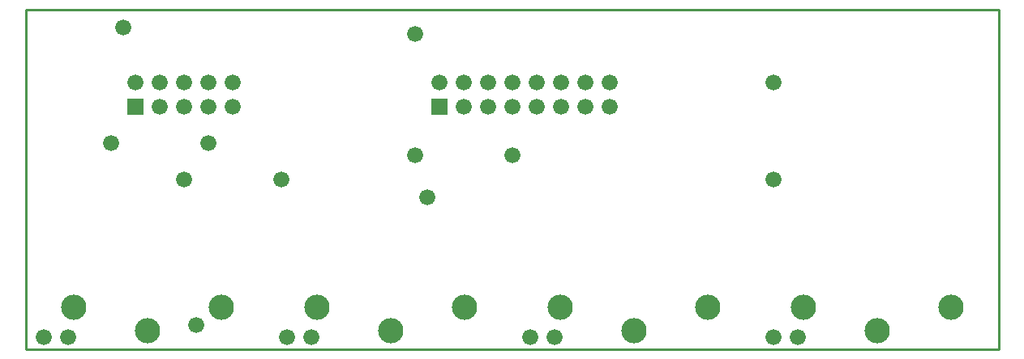
<source format=gts>
%FSLAX24Y24*%
%MOIN*%
G70*
G01*
G75*
G04 Layer_Color=8388736*
%ADD10C,0.0120*%
%ADD11C,0.0100*%
%ADD12C,0.1000*%
%ADD13C,0.0620*%
%ADD14R,0.0620X0.0620*%
%ADD15C,0.0200*%
%ADD16C,0.0060*%
%ADD17C,0.1040*%
%ADD18C,0.0660*%
%ADD19R,0.0660X0.0660*%
D11*
X10000Y10000D02*
Y24000D01*
X50000Y10000D02*
Y24000D01*
X10000D02*
X50000D01*
X10000Y10000D02*
X50000D01*
D17*
X45000Y10750D02*
D03*
X41968Y11734D02*
D03*
X48032D02*
D03*
X35000Y10750D02*
D03*
X31969Y11734D02*
D03*
X38031D02*
D03*
X25000Y10750D02*
D03*
X21969Y11734D02*
D03*
X28031D02*
D03*
X15000Y10750D02*
D03*
X11968Y11734D02*
D03*
X18032D02*
D03*
D18*
X11750Y10500D02*
D03*
X10750D02*
D03*
X13500Y18500D02*
D03*
X17500D02*
D03*
Y21000D02*
D03*
X14500D02*
D03*
X15500Y20000D02*
D03*
Y21000D02*
D03*
X16500Y20000D02*
D03*
Y21000D02*
D03*
X17500Y20000D02*
D03*
X18500D02*
D03*
Y21000D02*
D03*
X21750Y10500D02*
D03*
X20750D02*
D03*
X27000Y21000D02*
D03*
X28000Y20000D02*
D03*
Y21000D02*
D03*
X29000Y20000D02*
D03*
Y21000D02*
D03*
X30000Y20000D02*
D03*
Y21000D02*
D03*
X31000Y20000D02*
D03*
Y21000D02*
D03*
X32000Y20000D02*
D03*
Y21000D02*
D03*
X33000Y20000D02*
D03*
Y21000D02*
D03*
X34000Y20000D02*
D03*
Y21000D02*
D03*
X30000Y18000D02*
D03*
X26000D02*
D03*
X20500Y17000D02*
D03*
X16500D02*
D03*
X31750Y10500D02*
D03*
X30750D02*
D03*
X41750D02*
D03*
X40750D02*
D03*
Y17000D02*
D03*
Y21000D02*
D03*
X26000Y23000D02*
D03*
X26500Y16250D02*
D03*
X17000Y11000D02*
D03*
X14000Y23250D02*
D03*
D19*
X14500Y20000D02*
D03*
X27000D02*
D03*
M02*

</source>
